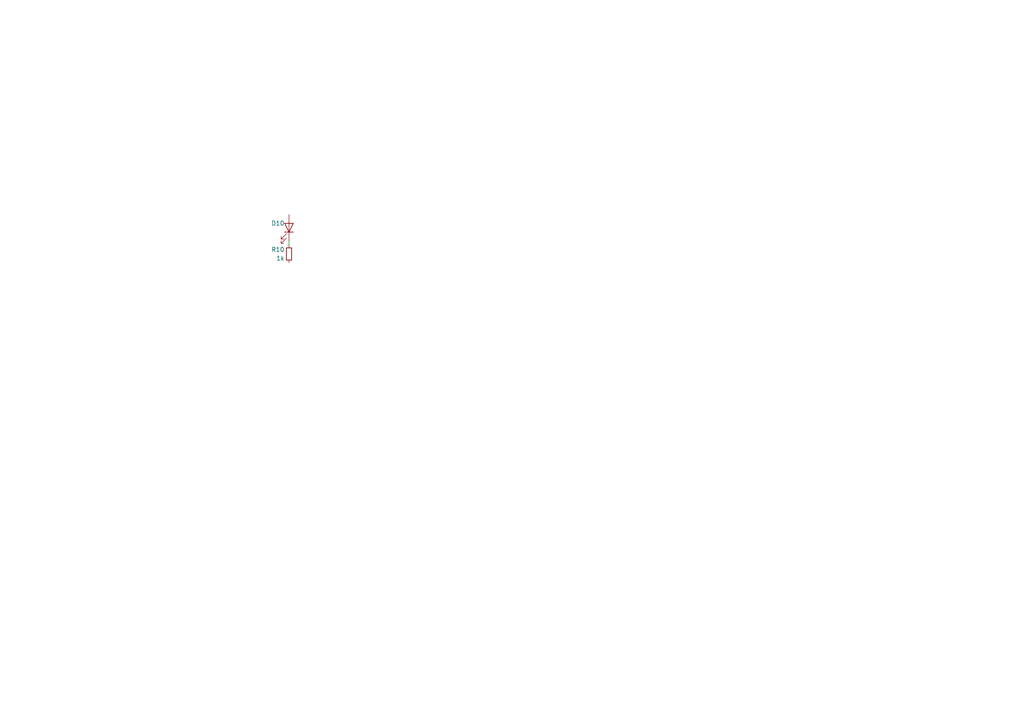
<source format=kicad_sch>
(kicad_sch (version 20250114) (generator "eeschema") (generator_version "9.0")
  (paper "A4")
  (lib_symbols
    (symbol "jlcpcb-basic-resistor-0402:1k"
      (property "Reference" "R" (at 0.762 0.508 0))
      (property "Value" "1k" (at 0.762 -1.016 0))
      (symbol "1k_0_0"
        (rectangle (start -0.762 1.778) (end 0.762 -1.778) (stroke (width 0.2032)))
        (pin passive line (at 0 2.54 270) (length 0.762) (name "~") (number "1"))
        (pin passive line (at 0 -2.54 90) (length 0.762) (name "~") (number "2"))
      )
    )
    (symbol "tom-opto:LED_JLCPCB_0603_RED" (pin_numbers (hide yes)) (pin_names (offset 1.016) (hide yes))
      (property "Reference" "D" (at 0 2.54 0))
      (symbol "LED_JLCPCB_0603_RED_0_1"
        (polyline (pts (xy -3.048 -0.762) (xy -4.572 -2.286) (xy -3.81 -2.286) (xy -4.572 -2.286) (xy -4.572 -1.524)))
        (polyline (pts (xy -1.778 -0.762) (xy -3.302 -2.286) (xy -2.54 -2.286) (xy -3.302 -2.286) (xy -3.302 -1.524)))
        (polyline (pts (xy -1.27 0) (xy 1.27 0)))
        (polyline (pts (xy -1.27 -1.27) (xy -1.27 1.27)) (stroke (width 0.2032)))
        (polyline (pts (xy 1.27 -1.27) (xy 1.27 1.27) (xy -1.27 0) (xy 1.27 -1.27)) (stroke (width 0.2032)))
      )
      (symbol "LED_JLCPCB_0603_RED_1_1"
        (pin passive line (at -3.81 0 0) (length 2.54) (name "K") (number "1"))
        (pin passive line (at 3.81 0 180) (length 2.54) (name "A") (number "2"))
      )
    )
  )
  (wire (pts (xy 83.82 71.12) (xy 83.82 69.85)))
  (symbol (lib_id "jlcpcb-basic-resistor-0402:1k") (at 83.82 73.66 0) (mirror y) (unit 1)
    (property "Reference" "R10" (at 82.55 72.39 0) (effects (justify left)))
    (property "Value" "1k" (at 82.55 74.93 0) (effects (justify left)))
    (property "Footprint" "tom-passives:R_0402_1005Metric" (effects (hide yes)))
    (property "Datasheet" "https://datasheet.lcsc.com/lcsc/2110251730_UNI-ROYAL-Uniroyal-Elec-0402WGF1001TCE_C11702.pdf" (effects (hide yes)))
    (property "LCSC" "C11702" (effects (hide yes)))
    (property "MFG" "UNI-ROYAL(Uniroyal Elec)" (effects (hide yes)))
    (property "MFGPN" "0402WGF1001TCE" (effects (hide yes)))
  )
  (symbol (lib_id "tom-opto:LED_JLCPCB_0603_RED") (at 83.82 66.04 270) (mirror x) (unit 1)
    (property "Reference" "D10" (at 82.55 64.77 90) (effects (justify right)))
    (property "Value" "RED" (effects (hide yes)))
    (property "Footprint" "tom-opto:LED_0805_2012Metric" (effects (hide yes)))
    (property "LCSC" "C84256" (effects (hide yes)))
  )
)
</source>
